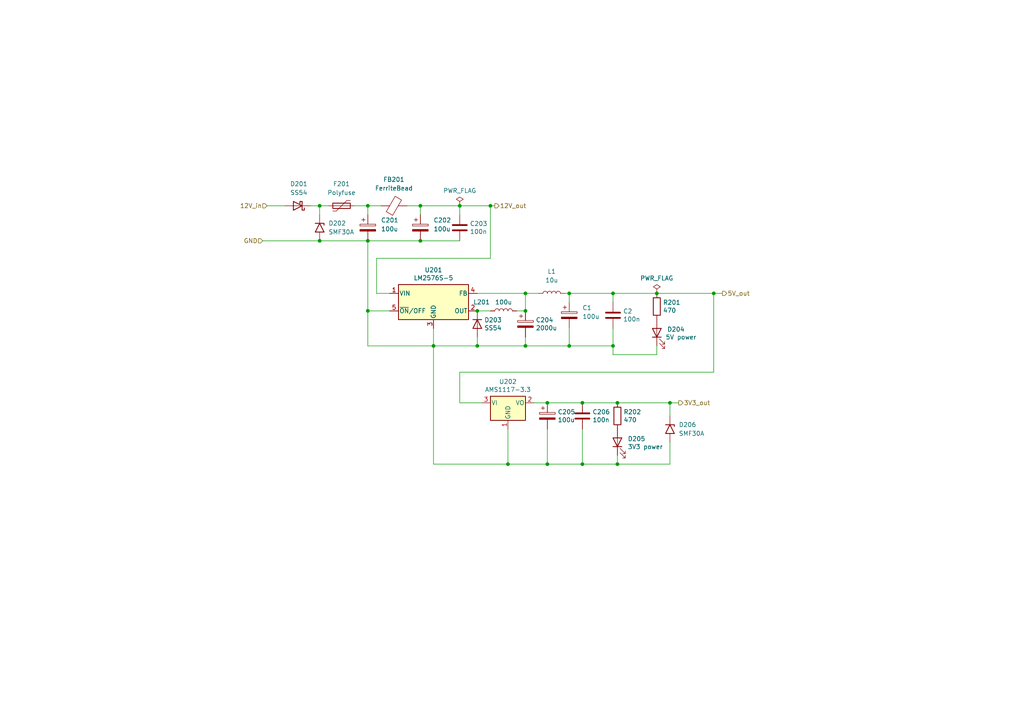
<source format=kicad_sch>
(kicad_sch (version 20211123) (generator eeschema)
  (paper "A4")
  (lib_symbols
    (symbol "Device:C" (pin_numbers hide) (pin_names (offset 0.254))
      (property "Reference" "C" (at 0.635 2.54 0))
      (property "Value" "C" (at 0.635 -2.54 0))
      (symbol "C_0_1"
        (polyline (pts (xy -2.032 -0.762) (xy 2.032 -0.762)) (stroke (width 0.508)))
        (polyline (pts (xy -2.032 0.762) (xy 2.032 0.762)) (stroke (width 0.508)))
      )
      (symbol "C_1_1"
        (pin passive line (at 0 3.81 270) (length 2.794) (name "~") (number "1"))
        (pin passive line (at 0 -3.81 90) (length 2.794) (name "~") (number "2"))
      )
    )
    (symbol "Device:C_Polarized" (pin_numbers hide) (pin_names (offset 0.254))
      (property "Reference" "C" (at 0.635 2.54 0))
      (property "Value" "C_Polarized" (at 0.635 -2.54 0))
      (symbol "C_Polarized_0_1"
        (rectangle (start -2.286 0.508) (end 2.286 1.016))
        (polyline (pts (xy -1.778 2.286) (xy -0.762 2.286)))
        (polyline (pts (xy -1.27 2.794) (xy -1.27 1.778)))
        (rectangle (start 2.286 -0.508) (end -2.286 -1.016) (fill (type outline)))
      )
      (symbol "C_Polarized_1_1"
        (pin passive line (at 0 3.81 270) (length 2.794) (name "~") (number "1"))
        (pin passive line (at 0 -3.81 90) (length 2.794) (name "~") (number "2"))
      )
    )
    (symbol "Device:D" (pin_numbers hide) (pin_names (offset 1.016) hide)
      (property "Reference" "D" (at 0 2.54 0))
      (property "Value" "D" (at 0 -2.54 0))
      (symbol "D_0_1"
        (polyline (pts (xy -1.27 1.27) (xy -1.27 -1.27)) (stroke (width 0.254)))
        (polyline (pts (xy 1.27 0) (xy -1.27 0)))
        (polyline (pts (xy 1.27 1.27) (xy 1.27 -1.27) (xy -1.27 0) (xy 1.27 1.27)) (stroke (width 0.254)))
      )
      (symbol "D_1_1"
        (pin passive line (at -3.81 0 0) (length 2.54) (name "K") (number "1"))
        (pin passive line (at 3.81 0 180) (length 2.54) (name "A") (number "2"))
      )
    )
    (symbol "Device:D_Schottky" (pin_numbers hide) (pin_names (offset 1.016) hide)
      (property "Reference" "D" (at 0 2.54 0))
      (property "Value" "D_Schottky" (at 0 -2.54 0))
      (symbol "D_Schottky_0_1"
        (polyline (pts (xy 1.27 0) (xy -1.27 0)))
        (polyline (pts (xy 1.27 1.27) (xy 1.27 -1.27) (xy -1.27 0) (xy 1.27 1.27)) (stroke (width 0.254)))
        (polyline (pts (xy -1.905 0.635) (xy -1.905 1.27) (xy -1.27 1.27) (xy -1.27 -1.27) (xy -0.635 -1.27) (xy -0.635 -0.635)) (stroke (width 0.254)))
      )
      (symbol "D_Schottky_1_1"
        (pin passive line (at -3.81 0 0) (length 2.54) (name "K") (number "1"))
        (pin passive line (at 3.81 0 180) (length 2.54) (name "A") (number "2"))
      )
    )
    (symbol "Device:FerriteBead" (pin_numbers hide) (pin_names (offset 0))
      (property "Reference" "FB" (at -3.81 0.635 90))
      (property "Value" "FerriteBead" (at 3.81 0 90))
      (symbol "FerriteBead_0_1"
        (polyline (pts (xy 0 -1.27) (xy 0 -1.2192)))
        (polyline (pts (xy 0 1.27) (xy 0 1.2954)))
        (polyline (pts (xy -2.7686 0.4064) (xy -1.7018 2.2606) (xy 2.7686 -0.3048) (xy 1.6764 -2.159) (xy -2.7686 0.4064)))
      )
      (symbol "FerriteBead_1_1"
        (pin passive line (at 0 3.81 270) (length 2.54) (name "~") (number "1"))
        (pin passive line (at 0 -3.81 90) (length 2.54) (name "~") (number "2"))
      )
    )
    (symbol "Device:L" (pin_numbers hide) (pin_names (offset 1.016) hide)
      (property "Reference" "L" (at -1.27 0 90))
      (property "Value" "L" (at 1.905 0 90))
      (symbol "L_0_1"
        (arc (start 0 -2.54) (mid 0.635 -1.905) (end 0 -1.27))
        (arc (start 0 -1.27) (mid 0.635 -0.635) (end 0 0))
        (arc (start 0 0) (mid 0.635 0.635) (end 0 1.27))
        (arc (start 0 1.27) (mid 0.635 1.905) (end 0 2.54))
      )
      (symbol "L_1_1"
        (pin passive line (at 0 3.81 270) (length 1.27) (name "1") (number "1"))
        (pin passive line (at 0 -3.81 90) (length 1.27) (name "2") (number "2"))
      )
    )
    (symbol "Device:LED" (pin_numbers hide) (pin_names (offset 1.016) hide)
      (property "Reference" "D" (at 0 2.54 0))
      (property "Value" "LED" (at 0 -2.54 0))
      (symbol "LED_0_1"
        (polyline (pts (xy -1.27 -1.27) (xy -1.27 1.27)) (stroke (width 0.254)))
        (polyline (pts (xy -1.27 0) (xy 1.27 0)))
        (polyline (pts (xy 1.27 -1.27) (xy 1.27 1.27) (xy -1.27 0) (xy 1.27 -1.27)) (stroke (width 0.254)))
        (polyline (pts (xy -3.048 -0.762) (xy -4.572 -2.286) (xy -3.81 -2.286) (xy -4.572 -2.286) (xy -4.572 -1.524)))
        (polyline (pts (xy -1.778 -0.762) (xy -3.302 -2.286) (xy -2.54 -2.286) (xy -3.302 -2.286) (xy -3.302 -1.524)))
      )
      (symbol "LED_1_1"
        (pin passive line (at -3.81 0 0) (length 2.54) (name "K") (number "1"))
        (pin passive line (at 3.81 0 180) (length 2.54) (name "A") (number "2"))
      )
    )
    (symbol "Device:Polyfuse" (pin_numbers hide) (pin_names (offset 0))
      (property "Reference" "F" (at -2.54 0 90))
      (property "Value" "Polyfuse" (at 2.54 0 90))
      (symbol "Polyfuse_0_1"
        (rectangle (start -0.762 2.54) (end 0.762 -2.54) (stroke (width 0.254)))
        (polyline (pts (xy 0 2.54) (xy 0 -2.54)))
        (polyline (pts (xy -1.524 2.54) (xy -1.524 1.524) (xy 1.524 -1.524) (xy 1.524 -2.54)))
      )
      (symbol "Polyfuse_1_1"
        (pin passive line (at 0 3.81 270) (length 1.27) (name "~") (number "1"))
        (pin passive line (at 0 -3.81 90) (length 1.27) (name "~") (number "2"))
      )
    )
    (symbol "Device:R" (pin_numbers hide) (pin_names (offset 0))
      (property "Reference" "R" (at 2.032 0 90))
      (property "Value" "R" (at 0 0 90))
      (symbol "R_0_1"
        (rectangle (start -1.016 -2.54) (end 1.016 2.54) (stroke (width 0.254)))
      )
      (symbol "R_1_1"
        (pin passive line (at 0 3.81 270) (length 1.27) (name "~") (number "1"))
        (pin passive line (at 0 -3.81 90) (length 1.27) (name "~") (number "2"))
      )
    )
    (symbol "Diode:SMF30A" (pin_numbers hide) (pin_names (offset 1.016) hide)
      (property "Reference" "D" (at 0 2.54 0))
      (property "Value" "SMF30A" (at 0 -2.54 0))
      (symbol "SMF30A_0_1"
        (polyline (pts (xy -0.762 1.27) (xy -1.27 1.27) (xy -1.27 -1.27)) (stroke (width 0.254)))
        (polyline (pts (xy 1.27 1.27) (xy 1.27 -1.27) (xy -1.27 0) (xy 1.27 1.27)) (stroke (width 0.254)))
      )
      (symbol "SMF30A_1_1"
        (pin passive line (at -3.81 0 0) (length 2.54) (name "A1") (number "1"))
        (pin passive line (at 3.81 0 180) (length 2.54) (name "A2") (number "2"))
      )
    )
    (symbol "Regulator_Linear:AMS1117-3.3" (pin_names (offset 0.254))
      (property "Reference" "U" (at -3.81 3.175 0))
      (property "Value" "AMS1117-3.3" (at 0 3.175 0))
      (symbol "AMS1117-3.3_0_1"
        (rectangle (start -5.08 -5.08) (end 5.08 1.905) (stroke (width 0.254)) (fill (type background)))
      )
      (symbol "AMS1117-3.3_1_1"
        (pin power_in line (at 0 -7.62 90) (length 2.54) (name "GND") (number "1"))
        (pin power_out line (at 7.62 0 180) (length 2.54) (name "VO") (number "2"))
        (pin power_in line (at -7.62 0 0) (length 2.54) (name "VI") (number "3"))
      )
    )
    (symbol "Regulator_Switching:LM2576S-5" (pin_names (offset 0.254))
      (property "Reference" "U" (at -10.16 6.35 0))
      (property "Value" "LM2576S-5" (at 0 6.35 0))
      (symbol "LM2576S-5_0_1"
        (rectangle (start -10.16 5.08) (end 10.16 -5.08) (stroke (width 0.254)) (fill (type background)))
      )
      (symbol "LM2576S-5_1_1"
        (pin power_in line (at -12.7 2.54 0) (length 2.54) (name "VIN") (number "1"))
        (pin output line (at 12.7 -2.54 180) (length 2.54) (name "OUT") (number "2"))
        (pin power_in line (at 0 -7.62 90) (length 2.54) (name "GND") (number "3"))
        (pin input line (at 12.7 2.54 180) (length 2.54) (name "FB") (number "4"))
        (pin input line (at -12.7 -2.54 0) (length 2.54) (name "~{ON}/OFF") (number "5"))
      )
    )
    (symbol "main_board-rescue:CP-Device" (pin_numbers hide) (pin_names (offset 0.254))
      (property "Reference" "C" (at 0.635 2.54 0))
      (property "Value" "CP-Device" (at 0.635 -2.54 0))
      (symbol "CP-Device_0_1"
        (rectangle (start -2.286 0.508) (end 2.286 1.016))
        (polyline (pts (xy -1.778 2.286) (xy -0.762 2.286)))
        (polyline (pts (xy -1.27 2.794) (xy -1.27 1.778)))
        (rectangle (start 2.286 -0.508) (end -2.286 -1.016) (fill (type outline)))
      )
      (symbol "CP-Device_1_1"
        (pin passive line (at 0 3.81 270) (length 2.794) (name "~") (number "1"))
        (pin passive line (at 0 -3.81 90) (length 2.794) (name "~") (number "2"))
      )
    )
    (symbol "power:PWR_FLAG" (power) (pin_numbers hide) (pin_names (offset 0) hide)
      (property "Value" "PWR_FLAG" (at 0 3.81 0))
      (symbol "PWR_FLAG_0_0"
        (pin power_out line (at 0 0 90) (length 0) (name "pwr") (number "1"))
      )
      (symbol "PWR_FLAG_0_1"
        (polyline (pts (xy 0 0) (xy 0 1.27) (xy -1.016 1.905) (xy 0 2.54) (xy 1.016 1.905) (xy 0 1.27)))
      )
    )
  )
  (junction (at 158.75 134.62))
  (junction (at 125.73 100.33))
  (junction (at 138.43 90.17))
  (junction (at 152.4 100.33))
  (junction (at 147.32 134.62))
  (junction (at 133.35 59.69))
  (junction (at 106.68 90.17))
  (junction (at 177.8 100.33))
  (junction (at 121.92 69.85))
  (junction (at 106.68 59.69))
  (junction (at 165.1 100.33))
  (junction (at 152.4 90.17))
  (junction (at 207.01 85.09))
  (junction (at 142.24 59.69))
  (junction (at 165.1 85.09))
  (junction (at 190.5 85.09))
  (junction (at 106.68 69.85))
  (junction (at 179.07 116.84))
  (junction (at 121.92 59.69))
  (junction (at 92.71 59.69))
  (junction (at 177.8 85.09))
  (junction (at 92.71 69.85))
  (junction (at 138.43 100.33))
  (junction (at 168.91 134.62))
  (junction (at 152.4 85.09))
  (junction (at 158.75 116.84))
  (junction (at 194.31 116.84))
  (junction (at 179.07 134.62))
  (junction (at 168.91 116.84))
  (wire (pts (xy 149.86 90.17) (xy 152.4 90.17)))
  (wire (pts (xy 147.32 124.46) (xy 147.32 134.62)))
  (wire (pts (xy 106.68 90.17) (xy 106.68 69.85)))
  (wire (pts (xy 121.92 59.69) (xy 133.35 59.69)))
  (wire (pts (xy 92.71 59.69) (xy 90.17 59.69)))
  (wire (pts (xy 147.32 134.62) (xy 158.75 134.62)))
  (wire (pts (xy 133.35 107.95) (xy 133.35 116.84)))
  (wire (pts (xy 168.91 134.62) (xy 158.75 134.62)))
  (wire (pts (xy 125.73 134.62) (xy 125.73 100.33)))
  (wire (pts (xy 92.71 62.23) (xy 92.71 59.69)))
  (wire (pts (xy 125.73 134.62) (xy 147.32 134.62)))
  (wire (pts (xy 106.68 59.69) (xy 110.49 59.69)))
  (wire (pts (xy 165.1 85.09) (xy 177.8 85.09)))
  (wire (pts (xy 152.4 85.09) (xy 156.21 85.09)))
  (wire (pts (xy 133.35 59.69) (xy 142.24 59.69)))
  (wire (pts (xy 142.24 59.69) (xy 143.51 59.69)))
  (wire (pts (xy 152.4 100.33) (xy 138.43 100.33)))
  (wire (pts (xy 179.07 134.62) (xy 168.91 134.62)))
  (wire (pts (xy 177.8 85.09) (xy 177.8 87.63)))
  (wire (pts (xy 92.71 59.69) (xy 95.25 59.69)))
  (wire (pts (xy 113.03 85.09) (xy 109.22 85.09)))
  (wire (pts (xy 194.31 116.84) (xy 196.85 116.84)))
  (wire (pts (xy 138.43 85.09) (xy 152.4 85.09)))
  (wire (pts (xy 177.8 102.87) (xy 177.8 100.33)))
  (wire (pts (xy 190.5 85.09) (xy 207.01 85.09)))
  (wire (pts (xy 106.68 62.23) (xy 106.68 59.69)))
  (wire (pts (xy 138.43 90.17) (xy 142.24 90.17)))
  (wire (pts (xy 92.71 69.85) (xy 106.68 69.85)))
  (wire (pts (xy 207.01 85.09) (xy 209.55 85.09)))
  (wire (pts (xy 194.31 128.27) (xy 194.31 134.62)))
  (wire (pts (xy 152.4 100.33) (xy 165.1 100.33)))
  (wire (pts (xy 142.24 74.93) (xy 142.24 59.69)))
  (wire (pts (xy 109.22 85.09) (xy 109.22 74.93)))
  (wire (pts (xy 152.4 97.79) (xy 152.4 100.33)))
  (wire (pts (xy 177.8 100.33) (xy 177.8 95.25)))
  (wire (pts (xy 158.75 116.84) (xy 154.94 116.84)))
  (wire (pts (xy 179.07 116.84) (xy 168.91 116.84)))
  (wire (pts (xy 165.1 100.33) (xy 177.8 100.33)))
  (wire (pts (xy 190.5 100.33) (xy 190.5 102.87)))
  (wire (pts (xy 138.43 97.79) (xy 138.43 100.33)))
  (wire (pts (xy 77.47 59.69) (xy 82.55 59.69)))
  (wire (pts (xy 158.75 124.46) (xy 158.75 134.62)))
  (wire (pts (xy 179.07 132.08) (xy 179.07 134.62)))
  (wire (pts (xy 138.43 100.33) (xy 125.73 100.33)))
  (wire (pts (xy 177.8 85.09) (xy 190.5 85.09)))
  (wire (pts (xy 165.1 85.09) (xy 165.1 87.63)))
  (wire (pts (xy 207.01 107.95) (xy 207.01 85.09)))
  (wire (pts (xy 152.4 90.17) (xy 152.4 85.09)))
  (wire (pts (xy 113.03 90.17) (xy 106.68 90.17)))
  (wire (pts (xy 168.91 124.46) (xy 168.91 134.62)))
  (wire (pts (xy 194.31 120.65) (xy 194.31 116.84)))
  (wire (pts (xy 125.73 95.25) (xy 125.73 100.33)))
  (wire (pts (xy 194.31 116.84) (xy 179.07 116.84)))
  (wire (pts (xy 133.35 62.23) (xy 133.35 59.69)))
  (wire (pts (xy 76.2 69.85) (xy 92.71 69.85)))
  (wire (pts (xy 139.7 116.84) (xy 133.35 116.84)))
  (wire (pts (xy 106.68 100.33) (xy 106.68 90.17)))
  (wire (pts (xy 190.5 102.87) (xy 177.8 102.87)))
  (wire (pts (xy 165.1 95.25) (xy 165.1 100.33)))
  (wire (pts (xy 163.83 85.09) (xy 165.1 85.09)))
  (wire (pts (xy 121.92 62.23) (xy 121.92 59.69)))
  (wire (pts (xy 121.92 69.85) (xy 133.35 69.85)))
  (wire (pts (xy 125.73 100.33) (xy 106.68 100.33)))
  (wire (pts (xy 106.68 69.85) (xy 121.92 69.85)))
  (wire (pts (xy 118.11 59.69) (xy 121.92 59.69)))
  (wire (pts (xy 109.22 74.93) (xy 142.24 74.93)))
  (wire (pts (xy 194.31 134.62) (xy 179.07 134.62)))
  (wire (pts (xy 106.68 59.69) (xy 102.87 59.69)))
  (wire (pts (xy 168.91 116.84) (xy 158.75 116.84)))
  (wire (pts (xy 133.35 107.95) (xy 207.01 107.95)))
  (hierarchical_label "3V3_out" (shape output) (at 196.85 116.84 0))
  (hierarchical_label "5V_out" (shape output) (at 209.55 85.09 0))
  (hierarchical_label "GND" (shape input) (at 76.2 69.85 180))
  (hierarchical_label "12V_in" (shape input) (at 77.47 59.69 180))
  (hierarchical_label "12V_out" (shape output) (at 143.51 59.69 0))
  (symbol (lib_id "power:PWR_FLAG") (at 133.35 59.69 0) (unit 1)
    (property "Reference" "#FLG0103" (effects hide))
    (property "Value" "PWR_FLAG" (at 133.35 55.2958 0))
  )
  (symbol (lib_id "Device:LED") (at 190.5 96.52 90) (unit 1)
    (property "Reference" "D204" (at 193.4972 95.5294 90) (effects (justify right)))
    (property "Value" "5V power" (at 193.04 97.79 90) (effects (justify right)))
    (property "Footprint" "LED_SMD:LED_0603_1608Metric" (effects hide))
    (property "LCSC" "C72038" (effects hide))
  )
  (symbol (lib_id "Device:C_Polarized") (at 106.68 66.04 0) (unit 1)
    (property "Reference" "C201" (at 110.49 63.8809 0) (effects (justify left)))
    (property "Value" "100u" (at 110.49 66.4209 0) (effects (justify left)))
    (property "Footprint" "Capacitor_SMD:CP_Elec_8x10" (effects hide))
  )
  (symbol (lib_id "power:PWR_FLAG") (at 190.5 85.09 0) (unit 1)
    (property "Reference" "#FLG0101" (effects hide))
    (property "Value" "PWR_FLAG" (at 190.5 80.6958 0))
  )
  (symbol (lib_id "main_board-rescue:CP-Device") (at 152.4 93.98 0) (unit 1)
    (property "Reference" "C204" (at 155.3972 92.8116 0) (effects (justify left)))
    (property "Value" "2000u" (at 155.3972 95.123 0) (effects (justify left)))
    (property "Footprint" "Capacitor_SMD:CP_Elec_10x10.5" (effects hide))
  )
  (symbol (lib_id "Regulator_Linear:AMS1117-3.3") (at 147.32 116.84 0) (unit 1)
    (property "Reference" "U202" (at 147.32 110.6932 0))
    (property "Value" "AMS1117-3.3" (at 147.32 113.0046 0))
    (property "Footprint" "Package_TO_SOT_SMD:SOT-223-3_TabPin2" (effects hide))
    (property "Datasheet" "http://www.advanced-monolithic.com/pdf/ds1117.pdf" (effects hide))
    (property "LCSC" "C6186" (effects hide))
  )
  (symbol (lib_id "Device:D_Schottky") (at 86.36 59.69 180) (unit 1)
    (property "Reference" "D201" (at 86.6775 53.34 0))
    (property "Value" "SS54" (at 86.6775 55.88 0))
    (property "Footprint" "Diode_SMD:D_SMA" (effects hide))
  )
  (symbol (lib_id "Device:D") (at 138.43 93.98 270) (unit 1)
    (property "Reference" "D203" (at 140.462 92.8116 90) (effects (justify left)))
    (property "Value" "SS54" (at 140.462 95.123 90) (effects (justify left)))
    (property "Footprint" "Diode_SMD:D_SMA" (effects hide))
    (property "LCSC" "C22452" (effects hide))
  )
  (symbol (lib_id "Diode:SMF30A") (at 194.31 124.46 270) (unit 1)
    (property "Reference" "D206" (at 196.85 123.1899 90) (effects (justify left)))
    (property "Value" "SMF30A" (at 196.85 125.7299 90) (effects (justify left)))
    (property "Footprint" "Diode_SMD:D_SMF" (effects hide))
    (property "Datasheet" "https://www.vishay.com/doc?85881" (effects hide))
  )
  (symbol (lib_id "Device:R") (at 179.07 120.65 0) (unit 1)
    (property "Reference" "R202" (at 180.848 119.4816 0) (effects (justify left)))
    (property "Value" "470" (at 180.848 121.793 0) (effects (justify left)))
    (property "Footprint" "Resistor_SMD:R_1206_3216Metric" (effects hide))
    (property "LCSC" "C17901" (effects hide))
  )
  (symbol (lib_id "Device:C") (at 133.35 66.04 0) (unit 1)
    (property "Reference" "C203" (at 136.271 64.8716 0) (effects (justify left)))
    (property "Value" "100n" (at 136.271 67.183 0) (effects (justify left)))
    (property "Footprint" "Capacitor_SMD:C_0805_2012Metric" (effects hide))
    (property "LCSC" "C28233" (effects hide))
  )
  (symbol (lib_id "Device:Polyfuse") (at 99.06 59.69 90) (unit 1)
    (property "Reference" "F201" (at 99.06 53.34 90))
    (property "Value" "Polyfuse" (at 99.06 55.88 90))
    (property "Footprint" "Fuse:Fuse_1812_4532Metric" (effects hide))
  )
  (symbol (lib_id "Diode:SMF30A") (at 92.71 66.04 270) (unit 1)
    (property "Reference" "D202" (at 95.25 64.7699 90) (effects (justify left)))
    (property "Value" "SMF30A" (at 95.25 67.3099 90) (effects (justify left)))
    (property "Footprint" "Diode_SMD:D_SMF" (effects hide))
    (property "Datasheet" "https://www.vishay.com/doc?85881" (effects hide))
  )
  (symbol (lib_id "Device:C_Polarized") (at 121.92 66.04 0) (unit 1)
    (property "Reference" "C202" (at 125.73 63.8809 0) (effects (justify left)))
    (property "Value" "100u" (at 125.73 66.4209 0) (effects (justify left)))
    (property "Footprint" "Capacitor_SMD:CP_Elec_8x10" (effects hide))
  )
  (symbol (lib_id "main_board-rescue:CP-Device") (at 158.75 120.65 0) (unit 1)
    (property "Reference" "C205" (at 161.7472 119.4816 0) (effects (justify left)))
    (property "Value" "100u" (at 161.7472 121.793 0) (effects (justify left)))
    (property "Footprint" "Capacitor_SMD:CP_Elec_8x10" (effects hide))
  )
  (symbol (lib_id "Device:C_Polarized") (at 165.1 91.44 0) (unit 1)
    (property "Reference" "C1" (at 168.91 89.2809 0) (effects (justify left)))
    (property "Value" "100u" (at 168.91 91.8209 0) (effects (justify left)))
    (property "Footprint" "Capacitor_SMD:CP_Elec_8x10" (effects hide))
  )
  (symbol (lib_id "Device:L") (at 160.02 85.09 90) (unit 1)
    (property "Reference" "L1" (at 160.02 78.74 90))
    (property "Value" "10u" (at 160.02 81.28 90))
    (property "Footprint" "Inductor_SMD:L_12x12mm_H6mm" (effects hide))
  )
  (symbol (lib_id "Regulator_Switching:LM2576S-5") (at 125.73 87.63 0) (unit 1)
    (property "Reference" "U201" (at 125.73 78.3082 0))
    (property "Value" "LM2576S-5" (at 125.73 80.6196 0))
    (property "Footprint" "Package_TO_SOT_SMD:TO-263-5_TabPin3" (effects hide))
    (property "Datasheet" "http://www.ti.com/lit/ds/symlink/lm2576.pdf" (effects hide))
    (property "LCSC" "C34465" (effects hide))
  )
  (symbol (lib_id "Device:L") (at 146.05 90.17 90) (unit 1)
    (property "Reference" "L201" (at 139.7 87.63 90))
    (property "Value" "100u" (at 146.05 87.6554 90))
    (property "Footprint" "Inductor_SMD:L_12x12mm_H6mm" (effects hide))
    (property "LCSC" "C169378" (effects hide))
  )
  (symbol (lib_id "Device:R") (at 190.5 88.9 0) (unit 1)
    (property "Reference" "R201" (at 192.278 87.7316 0) (effects (justify left)))
    (property "Value" "470" (at 192.278 90.043 0) (effects (justify left)))
    (property "Footprint" "Resistor_SMD:R_1206_3216Metric" (effects hide))
    (property "LCSC" "C17887" (effects hide))
  )
  (symbol (lib_id "Device:C") (at 177.8 91.44 0) (unit 1)
    (property "Reference" "C2" (at 180.721 90.2716 0) (effects (justify left)))
    (property "Value" "100n" (at 180.721 92.583 0) (effects (justify left)))
    (property "Footprint" "Capacitor_SMD:C_0805_2012Metric" (effects hide))
    (property "LCSC" "C28233" (effects hide))
  )
  (symbol (lib_id "Device:FerriteBead") (at 114.3 59.69 90) (unit 1)
    (property "Reference" "FB201" (at 114.2492 52.07 90))
    (property "Value" "FerriteBead" (at 114.2492 54.61 90))
    (property "Footprint" "Inductor_SMD:L_0805_2012Metric" (effects hide))
  )
  (symbol (lib_id "Device:C") (at 168.91 120.65 0) (unit 1)
    (property "Reference" "C206" (at 171.831 119.4816 0) (effects (justify left)))
    (property "Value" "100n" (at 171.831 121.793 0) (effects (justify left)))
    (property "Footprint" "Capacitor_SMD:C_0805_2012Metric" (effects hide))
    (property "LCSC" "C28233" (effects hide))
  )
  (symbol (lib_id "Device:LED") (at 179.07 128.27 90) (unit 1)
    (property "Reference" "D205" (at 182.0672 127.2794 90) (effects (justify right)))
    (property "Value" "3V3 power" (at 182.0672 129.5908 90) (effects (justify right)))
    (property "Footprint" "LED_SMD:LED_0603_1608Metric" (effects hide))
    (property "LCSC" "C72038" (effects hide))
  )
)
</source>
